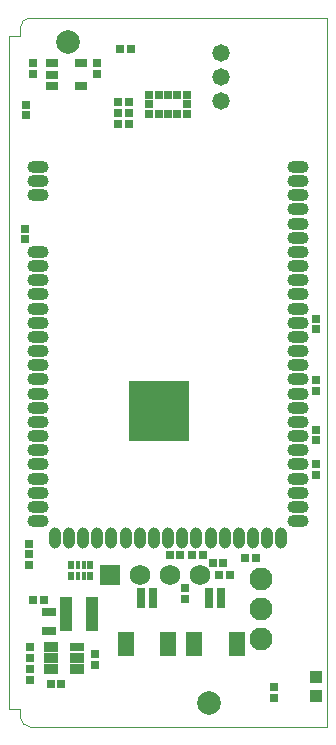
<source format=gts>
G04*
G04 #@! TF.GenerationSoftware,Altium Limited,Altium Designer,20.2.6 (244)*
G04*
G04 Layer_Color=8388736*
%FSLAX44Y44*%
%MOMM*%
G71*
G04*
G04 #@! TF.SameCoordinates,2E3406EB-8CA3-48A4-8E0D-F2ADFDB7BFFD*
G04*
G04*
G04 #@! TF.FilePolarity,Negative*
G04*
G01*
G75*
%ADD13C,0.1000*%
G04:AMPARAMS|DCode=34|XSize=1.8032mm|YSize=1.0032mm|CornerRadius=0.5016mm|HoleSize=0mm|Usage=FLASHONLY|Rotation=0.000|XOffset=0mm|YOffset=0mm|HoleType=Round|Shape=RoundedRectangle|*
%AMROUNDEDRECTD34*
21,1,1.8032,0.0000,0,0,0.0*
21,1,0.8000,1.0032,0,0,0.0*
1,1,1.0032,0.4000,0.0000*
1,1,1.0032,-0.4000,0.0000*
1,1,1.0032,-0.4000,0.0000*
1,1,1.0032,0.4000,0.0000*
%
%ADD34ROUNDEDRECTD34*%
G04:AMPARAMS|DCode=35|XSize=1.0032mm|YSize=1.8032mm|CornerRadius=0.5016mm|HoleSize=0mm|Usage=FLASHONLY|Rotation=0.000|XOffset=0mm|YOffset=0mm|HoleType=Round|Shape=RoundedRectangle|*
%AMROUNDEDRECTD35*
21,1,1.0032,0.8000,0,0,0.0*
21,1,0.0000,1.8032,0,0,0.0*
1,1,1.0032,0.0000,-0.4000*
1,1,1.0032,0.0000,-0.4000*
1,1,1.0032,0.0000,0.4000*
1,1,1.0032,0.0000,0.4000*
%
%ADD35ROUNDEDRECTD35*%
%ADD36R,5.2032X5.2032*%
%ADD37C,2.0000*%
%ADD38R,0.7532X0.7532*%
%ADD39R,1.0032X1.0032*%
%ADD40C,1.4732*%
%ADD41R,0.7532X0.7532*%
%ADD42R,0.5532X0.6532*%
%ADD43R,0.4532X0.6532*%
%ADD44R,1.1532X0.7532*%
%ADD45R,1.4032X2.0032*%
%ADD46R,0.8032X1.7532*%
%ADD47R,1.0032X0.7532*%
%ADD48R,1.2632X0.8532*%
%ADD49R,1.2632X0.8032*%
%ADD50R,1.0032X2.9032*%
%ADD51R,0.7032X0.7032*%
%ADD52C,1.9532*%
%ADD53R,1.7272X1.7272*%
%ADD54C,1.7272*%
D13*
X10000Y8000D02*
G03*
X18000Y0I8000J0D01*
G01*
Y600000D02*
G03*
X10000Y592000I0J-8000D01*
G01*
Y8000D02*
Y15000D01*
X18000Y-0D02*
X270000Y0D01*
X10000Y585000D02*
Y592000D01*
X18000Y600000D02*
X270000D01*
X-0Y585000D02*
X-0Y15000D01*
X0Y585000D02*
X10000D01*
X0Y15000D02*
X10000D01*
X270000Y0D02*
Y330000D01*
Y600000D01*
D34*
X25000Y474000D02*
D03*
Y462000D02*
D03*
Y450000D02*
D03*
X245000Y174000D02*
D03*
Y186000D02*
D03*
Y210000D02*
D03*
Y234000D02*
D03*
Y270000D02*
D03*
Y294000D02*
D03*
Y330000D02*
D03*
Y354000D02*
D03*
Y378000D02*
D03*
Y390000D02*
D03*
Y414000D02*
D03*
Y438000D02*
D03*
Y450000D02*
D03*
Y474000D02*
D03*
Y198000D02*
D03*
Y222000D02*
D03*
Y282000D02*
D03*
Y258000D02*
D03*
Y246000D02*
D03*
Y306000D02*
D03*
Y366000D02*
D03*
Y318000D02*
D03*
Y342000D02*
D03*
Y402000D02*
D03*
Y426000D02*
D03*
Y462000D02*
D03*
X25000Y174000D02*
D03*
Y186000D02*
D03*
Y210000D02*
D03*
Y234000D02*
D03*
Y270000D02*
D03*
Y294000D02*
D03*
Y330000D02*
D03*
Y354000D02*
D03*
Y378000D02*
D03*
Y390000D02*
D03*
Y222000D02*
D03*
Y198000D02*
D03*
Y306000D02*
D03*
Y246000D02*
D03*
Y258000D02*
D03*
Y282000D02*
D03*
Y342000D02*
D03*
Y318000D02*
D03*
Y366000D02*
D03*
Y402000D02*
D03*
D35*
X39000Y160000D02*
D03*
X51000D02*
D03*
X75000D02*
D03*
X99000D02*
D03*
X135000D02*
D03*
X159000D02*
D03*
X195000D02*
D03*
X219000D02*
D03*
X87000D02*
D03*
X63000D02*
D03*
X123000D02*
D03*
X111000D02*
D03*
X147000D02*
D03*
X171000D02*
D03*
X231000D02*
D03*
X207000D02*
D03*
X183000D02*
D03*
D36*
X127000Y267000D02*
D03*
D37*
X170000Y20000D02*
D03*
X50000Y580000D02*
D03*
D38*
X225000Y24500D02*
D03*
Y33500D02*
D03*
X260000Y336500D02*
D03*
Y345500D02*
D03*
X17000Y155000D02*
D03*
Y146000D02*
D03*
X17000Y137000D02*
D03*
X18000Y58500D02*
D03*
Y67500D02*
D03*
X149000Y117500D02*
D03*
Y108500D02*
D03*
X15000Y526500D02*
D03*
Y517500D02*
D03*
X260000Y222000D02*
D03*
Y213000D02*
D03*
Y251500D02*
D03*
Y242500D02*
D03*
Y293500D02*
D03*
Y284500D02*
D03*
X14000Y412500D02*
D03*
Y421500D02*
D03*
X21000Y561500D02*
D03*
Y552500D02*
D03*
X75000Y561500D02*
D03*
Y552500D02*
D03*
X93000Y519500D02*
D03*
Y528500D02*
D03*
X102000Y519500D02*
D03*
Y528500D02*
D03*
X18000Y39500D02*
D03*
Y48500D02*
D03*
X73000Y61500D02*
D03*
Y52500D02*
D03*
D39*
X260000Y42250D02*
D03*
Y25750D02*
D03*
D40*
X180000Y530000D02*
D03*
Y550000D02*
D03*
Y570000D02*
D03*
D41*
X93000Y510000D02*
D03*
X102000D02*
D03*
X103500Y574000D02*
D03*
X94500D02*
D03*
X20750Y107250D02*
D03*
X29750D02*
D03*
X181750Y138500D02*
D03*
X172750D02*
D03*
X187500Y128000D02*
D03*
X178500D02*
D03*
X209500Y143000D02*
D03*
X200500D02*
D03*
X164500Y145000D02*
D03*
X155500D02*
D03*
X145500D02*
D03*
X136500D02*
D03*
X44500Y36000D02*
D03*
X35500D02*
D03*
D42*
X69000Y136750D02*
D03*
Y127250D02*
D03*
X53000Y136750D02*
D03*
Y127250D02*
D03*
D43*
X63500D02*
D03*
Y136750D02*
D03*
X58500D02*
D03*
Y127250D02*
D03*
D44*
X34000Y81000D02*
D03*
Y97000D02*
D03*
D45*
X135000Y70000D02*
D03*
X99000D02*
D03*
X157000D02*
D03*
X193000D02*
D03*
D46*
X122000Y108750D02*
D03*
X112000D02*
D03*
X170000D02*
D03*
X180000D02*
D03*
D47*
X61000Y561500D02*
D03*
X37000Y552000D02*
D03*
X61000Y542500D02*
D03*
X37000Y561500D02*
D03*
Y542500D02*
D03*
D48*
X36000Y67500D02*
D03*
Y48500D02*
D03*
X58000D02*
D03*
Y58000D02*
D03*
X36000D02*
D03*
D49*
X58000Y67500D02*
D03*
D50*
X49000Y95000D02*
D03*
X71000D02*
D03*
D51*
X151000Y527000D02*
D03*
X119000D02*
D03*
Y519000D02*
D03*
X127000D02*
D03*
X151000D02*
D03*
X143000D02*
D03*
X135000D02*
D03*
Y535000D02*
D03*
X143000D02*
D03*
X151000D02*
D03*
X127000D02*
D03*
X119000D02*
D03*
D52*
X213310Y74100D02*
D03*
Y124900D02*
D03*
Y99500D02*
D03*
D53*
X85900Y128000D02*
D03*
D54*
X111300D02*
D03*
X136700D02*
D03*
X162100D02*
D03*
M02*

</source>
